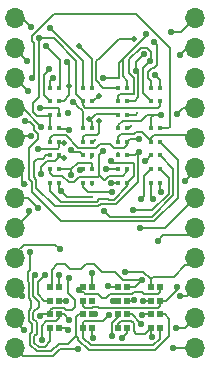
<source format=gbr>
%TF.GenerationSoftware,KiCad,Pcbnew,8.0.3+1*%
%TF.CreationDate,2024-06-24T22:52:21-04:00*%
%TF.ProjectId,RP2040_ZERO_REV,52503230-3430-45f5-9a45-524f5f524556,rev?*%
%TF.SameCoordinates,Original*%
%TF.FileFunction,Copper,L2,Bot*%
%TF.FilePolarity,Positive*%
%FSLAX46Y46*%
G04 Gerber Fmt 4.6, Leading zero omitted, Abs format (unit mm)*
G04 Created by KiCad (PCBNEW 8.0.3+1) date 2024-06-24 22:52:21*
%MOMM*%
%LPD*%
G01*
G04 APERTURE LIST*
%TA.AperFunction,SMDPad,CuDef*%
%ADD10R,0.500000X0.500000*%
%TD*%
%TA.AperFunction,SMDPad,CuDef*%
%ADD11R,0.450000X0.450000*%
%TD*%
%TA.AperFunction,SMDPad,CuDef*%
%ADD12R,0.400000X0.400000*%
%TD*%
%TA.AperFunction,SMDPad,CuDef*%
%ADD13O,1.700000X1.700000*%
%TD*%
%TA.AperFunction,ViaPad*%
%ADD14C,0.300000*%
%TD*%
%TA.AperFunction,ViaPad*%
%ADD15C,0.500000*%
%TD*%
%TA.AperFunction,ViaPad*%
%ADD16C,0.590000*%
%TD*%
%TA.AperFunction,Conductor*%
%ADD17C,0.190000*%
%TD*%
G04 APERTURE END LIST*
D10*
%TO.P,,1*%
%TO.N,P10*%
X161140000Y-99510000D03*
%TD*%
%TO.P,,2*%
%TO.N,R10*%
X161890000Y-97210000D03*
%TD*%
%TO.P,,2*%
%TO.N,R11*%
X161890000Y-98360000D03*
%TD*%
D11*
%TO.P,,1*%
%TO.N,P20*%
X163890000Y-84910000D03*
%TD*%
D10*
%TO.P,,2*%
%TO.N,R12*%
X161890000Y-99510000D03*
%TD*%
D11*
%TO.P,,1*%
%TO.N,R21*%
X155400000Y-86060000D03*
%TD*%
%TO.P,,2*%
%TO.N,GND*%
X158900000Y-82610000D03*
%TD*%
%TO.P,,1*%
%TO.N,R20*%
X155400000Y-87210000D03*
%TD*%
%TO.P,,2*%
%TO.N,RX*%
X158900000Y-80310000D03*
%TD*%
%TO.P,,1*%
%TO.N,R23*%
X155400000Y-79160000D03*
%TD*%
%TO.P,,2*%
%TO.N,R1*%
X164640000Y-79160000D03*
%TD*%
%TO.P,,1*%
%TO.N,5V*%
X161140000Y-79160000D03*
%TD*%
%TO.P,,2*%
%TO.N,P5*%
X156150000Y-87210000D03*
%TD*%
%TO.P,,1*%
%TO.N,R3*%
X158150000Y-82610000D03*
%TD*%
D12*
%TO.P,,1*%
%TO.N,R6*%
X158150000Y-86060000D03*
%TD*%
D10*
%TO.P,,1*%
%TO.N,R16*%
X155400000Y-96060000D03*
%TD*%
D11*
%TO.P,,2*%
%TO.N,SDA*%
X156150000Y-83760000D03*
%TD*%
%TO.P,,2*%
%TO.N,R22*%
X161890000Y-80310000D03*
%TD*%
D10*
%TO.P,,1*%
%TO.N,R12*%
X155400000Y-99510000D03*
%TD*%
%TO.P,,1*%
%TO.N,R9*%
X158150000Y-96060000D03*
%TD*%
D11*
%TO.P,,1*%
%TO.N,GND*%
X161140000Y-80310000D03*
%TD*%
%TO.P,,1*%
%TO.N,P18*%
X161140000Y-87210000D03*
%TD*%
D10*
%TO.P,,1*%
%TO.N,R10*%
X155400000Y-97210000D03*
%TD*%
D11*
%TO.P,,1*%
%TO.N,R2*%
X155400000Y-82610000D03*
%TD*%
%TO.P,,2*%
%TO.N,R14*%
X164640000Y-87210000D03*
%TD*%
%TO.P,,2*%
%TO.N,TX*%
X158900000Y-79160000D03*
%TD*%
%TO.P,,1*%
%TO.N,P19*%
X161140000Y-86060000D03*
%TD*%
%TO.P,,2*%
%TO.N,P4*%
X156150000Y-86060000D03*
%TD*%
%TO.P,,1*%
%TO.N,R22*%
X155400000Y-80310000D03*
%TD*%
%TO.P,,2*%
%TO.N,R21*%
X161890000Y-81460000D03*
%TD*%
D10*
%TO.P,,2*%
%TO.N,R9*%
X164640000Y-96060000D03*
%TD*%
D11*
%TO.P,,2*%
%TO.N,R2*%
X161890000Y-82610000D03*
%TD*%
D10*
%TO.P,,1*%
%TO.N,R8*%
X158150000Y-98360000D03*
%TD*%
D11*
%TO.P,,2*%
%TO.N,RX*%
X156150000Y-80310000D03*
%TD*%
D10*
%TO.P,,1*%
%TO.N,MISO*%
X163890000Y-97210000D03*
%TD*%
D11*
%TO.P,,2*%
%TO.N,R5*%
X164640000Y-84910000D03*
%TD*%
%TO.P,,2*%
%TO.N,R21*%
X161890000Y-86060000D03*
%TD*%
%TO.P,,1*%
%TO.N,R2*%
X155400000Y-81460000D03*
%TD*%
D10*
%TO.P,,2*%
%TO.N,R8*%
X164640000Y-98360000D03*
%TD*%
D11*
%TO.P,,2*%
%TO.N,SCL*%
X156150000Y-84910000D03*
%TD*%
%TO.P,,1*%
%TO.N,R2*%
X158150000Y-80310000D03*
%TD*%
D10*
%TO.P,,2*%
%TO.N,P6*%
X158900000Y-96060000D03*
%TD*%
D12*
%TO.P,,2*%
%TO.N,SCL*%
X158900000Y-84910000D03*
%TD*%
D10*
%TO.P,,1*%
%TO.N,SCLK*%
X163890000Y-96060000D03*
%TD*%
D11*
%TO.P,,1*%
%TO.N,3V*%
X163890000Y-82610000D03*
%TD*%
D10*
%TO.P,,2*%
%TO.N,P9*%
X156150000Y-99510000D03*
%TD*%
D12*
%TO.P,,1*%
%TO.N,R5*%
X158150000Y-84910000D03*
%TD*%
D11*
%TO.P,,2*%
%TO.N,R4*%
X164640000Y-83760000D03*
%TD*%
D10*
%TO.P,,1*%
%TO.N,P10*%
X163890000Y-99510000D03*
%TD*%
D11*
%TO.P,,1*%
%TO.N,P21*%
X161140000Y-83760000D03*
%TD*%
%TO.P,,2*%
%TO.N,R20*%
X161890000Y-87210000D03*
%TD*%
%TO.P,,2*%
%TO.N,GND*%
X156150000Y-82610000D03*
%TD*%
%TO.P,,2*%
%TO.N,R23*%
X161890000Y-79160000D03*
%TD*%
D10*
%TO.P,,1*%
%TO.N,SCLK*%
X161140000Y-96060000D03*
%TD*%
%TO.P,,1*%
%TO.N,R13*%
X158150000Y-99510000D03*
%TD*%
%TO.P,,2*%
%TO.N,P6*%
X156150000Y-96060000D03*
%TD*%
D11*
%TO.P,,2*%
%TO.N,SDA*%
X158900000Y-83760000D03*
%TD*%
D10*
%TO.P,,1*%
%TO.N,MISO*%
X161140000Y-97210000D03*
%TD*%
%TO.P,,1*%
%TO.N,R11*%
X155400000Y-98360000D03*
%TD*%
%TO.P,,2*%
%TO.N,P7*%
X156150000Y-97210000D03*
%TD*%
%TO.P,,2*%
%TO.N,R16*%
X161890000Y-96060000D03*
%TD*%
D11*
%TO.P,,1*%
%TO.N,P20*%
X161140000Y-84910000D03*
%TD*%
%TO.P,,1*%
%TO.N,R4*%
X158150000Y-83760000D03*
%TD*%
%TO.P,,1*%
%TO.N,P21*%
X163890000Y-83760000D03*
%TD*%
%TO.P,,2*%
%TO.N,R2*%
X164640000Y-80310000D03*
%TD*%
%TO.P,,1*%
%TO.N,5V*%
X163890000Y-79160000D03*
%TD*%
%TO.P,,1*%
%TO.N,GND*%
X163890000Y-80310000D03*
%TD*%
%TO.P,,1*%
%TO.N,P18*%
X163890000Y-87210000D03*
%TD*%
%TO.P,,1*%
%TO.N,3V*%
X161140000Y-82610000D03*
%TD*%
D10*
%TO.P,,2*%
%TO.N,R15*%
X164640000Y-97210000D03*
%TD*%
D11*
%TO.P,,2*%
%TO.N,R18*%
X161890000Y-84910000D03*
%TD*%
%TO.P,,2*%
%TO.N,P5*%
X158900000Y-87210000D03*
%TD*%
%TO.P,,1*%
%TO.N,P19*%
X163890000Y-86060000D03*
%TD*%
%TO.P,,2*%
%TO.N,R3*%
X164640000Y-82610000D03*
%TD*%
%TO.P,,1*%
%TO.N,R19*%
X155400000Y-83760000D03*
%TD*%
D10*
%TO.P,,2*%
%TO.N,P9*%
X158900000Y-99510000D03*
%TD*%
D11*
%TO.P,,1*%
%TO.N,R1*%
X158150000Y-79160000D03*
%TD*%
%TO.P,,1*%
%TO.N,GND*%
X161140000Y-81460000D03*
%TD*%
D10*
%TO.P,,2*%
%TO.N,R13*%
X164640000Y-99510000D03*
%TD*%
%TO.P,,2*%
%TO.N,P8*%
X156150000Y-98360000D03*
%TD*%
D11*
%TO.P,,1*%
%TO.N,R18*%
X155400000Y-84910000D03*
%TD*%
D10*
%TO.P,,2*%
%TO.N,P7*%
X158900000Y-97210000D03*
%TD*%
D11*
%TO.P,,2*%
%TO.N,TX*%
X156150000Y-79160000D03*
%TD*%
D10*
%TO.P,,1*%
%TO.N,MOSI*%
X163890000Y-98360000D03*
%TD*%
D11*
%TO.P,,2*%
%TO.N,R19*%
X161890000Y-83760000D03*
%TD*%
%TO.P,,2*%
%TO.N,R6*%
X164640000Y-86060000D03*
%TD*%
%TO.P,,1*%
%TO.N,R14*%
X158150000Y-87210000D03*
%TD*%
%TO.P,,2*%
%TO.N,GND*%
X156150000Y-81460000D03*
%TD*%
D10*
%TO.P,,1*%
%TO.N,MOSI*%
X161140000Y-98360000D03*
%TD*%
%TO.P,,2*%
%TO.N,P8*%
X158900000Y-98360000D03*
%TD*%
%TO.P,,1*%
%TO.N,R15*%
X158150000Y-97210000D03*
%TD*%
D13*
%TO.P,,8*%
%TO.N,P5*%
X152400000Y-91070000D03*
%TD*%
%TO.P,,21*%
%TO.N,3V*%
X167640000Y-80910000D03*
%TD*%
%TO.P,,4*%
%TO.N,GND*%
X152400000Y-80910000D03*
%TD*%
%TO.P,,16*%
%TO.N,SCLK*%
X167640000Y-93610000D03*
%TD*%
%TO.P,,5*%
%TO.N,SDA*%
X152400000Y-83450000D03*
%TD*%
%TO.P,,10*%
%TO.N,P7*%
X152400000Y-96150000D03*
%TD*%
%TO.P,,23*%
%TO.N,GND*%
X167640000Y-75830000D03*
%TD*%
%TO.P,,12*%
%TO.N,P9*%
X152400000Y-101230000D03*
%TD*%
%TO.P,,9*%
%TO.N,P6*%
X152400000Y-93610000D03*
%TD*%
%TO.P,,19*%
%TO.N,P20*%
X167640000Y-85990000D03*
%TD*%
%TO.P,,3*%
%TO.N,GND*%
X152400000Y-78370000D03*
%TD*%
%TO.P,,14*%
%TO.N,MOSI*%
X167640000Y-98690000D03*
%TD*%
%TO.P,,2*%
%TO.N,RX*%
X152400000Y-75830000D03*
%TD*%
%TO.P,,6*%
%TO.N,SCL*%
X152400000Y-85990000D03*
%TD*%
%TO.P,,1*%
%TO.N,TX*%
X152400000Y-73290000D03*
%TD*%
%TO.P,,13*%
%TO.N,P10*%
X167640000Y-101230000D03*
%TD*%
%TO.P,,24*%
%TO.N,5V*%
X167640000Y-73290000D03*
%TD*%
%TO.P,,20*%
%TO.N,P21*%
X167640000Y-83450000D03*
%TD*%
%TO.P,,11*%
%TO.N,P8*%
X152400000Y-98690000D03*
%TD*%
%TO.P,,22*%
%TO.N,NA*%
X167640000Y-78370000D03*
%TD*%
%TO.P,,17*%
%TO.N,P18*%
X167640000Y-91070000D03*
%TD*%
%TO.P,,15*%
%TO.N,MISO*%
X167640000Y-96150000D03*
%TD*%
%TO.P,,7*%
%TO.N,P4*%
X152400000Y-88530000D03*
%TD*%
%TO.P,,18*%
%TO.N,P19*%
X167640000Y-88530000D03*
%TD*%
D12*
%TO.P,,2*%
%TO.N,P4*%
X158900000Y-86060000D03*
%TD*%
D14*
%TO.N,R2*%
X162242592Y-82442592D03*
X163623841Y-80911744D03*
D15*
%TO.N,RX*%
X156990000Y-79070000D03*
X159490000Y-79850000D03*
D14*
%TO.N,R21*%
X162725002Y-81344999D03*
D15*
%TO.N,GND*%
X158655000Y-81865000D03*
%TO.N,5V*%
X162446697Y-75056697D03*
%TO.N,TX*%
X157810000Y-75640000D03*
D14*
%TO.N,SDA*%
X159160000Y-83635000D03*
D15*
X156571697Y-83838303D03*
%TO.N,R4*%
X159550000Y-81970000D03*
%TO.N,SCL*%
X156570000Y-85165000D03*
D14*
X158815000Y-85140000D03*
%TO.N,P20*%
X161110000Y-84705000D03*
D16*
%TO.N,P19*%
X160095000Y-86095319D03*
D14*
%TO.N,P5*%
X158925000Y-88405000D03*
X158925000Y-87385000D03*
D16*
%TO.N,GND*%
X154510000Y-80880000D03*
X163850001Y-76919757D03*
X157000000Y-82713614D03*
X166360000Y-76430000D03*
X153510000Y-79470000D03*
X154626587Y-82493019D03*
%TO.N,5V*%
X165610000Y-74450000D03*
X164184223Y-75332753D03*
%TO.N,3V*%
X166110000Y-81430000D03*
X164761587Y-81445015D03*
%TO.N,TX*%
X153746471Y-74016471D03*
X155030000Y-75647603D03*
%TO.N,RX*%
X156785787Y-76980000D03*
X153430000Y-76950000D03*
%TO.N,SDA*%
X154370481Y-84399638D03*
X153742273Y-83305763D03*
%TO.N,SCL*%
X153193194Y-87369137D03*
X154600000Y-86510660D03*
%TO.N,MISO*%
X160720000Y-97210000D03*
X163243443Y-97202180D03*
X166385959Y-96842571D03*
%TO.N,MOSI*%
X163173546Y-98410000D03*
X166030000Y-99550000D03*
X160570000Y-100160000D03*
%TO.N,SCLK*%
X160274265Y-95954265D03*
X161700000Y-94750000D03*
%TO.N,P9*%
X157700786Y-101305000D03*
X159024265Y-100365735D03*
X156880000Y-99680000D03*
%TO.N,P10*%
X163992892Y-100242892D03*
X165740000Y-101200000D03*
%TO.N,P18*%
X164090000Y-88590000D03*
X164500000Y-92140000D03*
X160560000Y-87210000D03*
%TO.N,P8*%
X157000000Y-98840000D03*
X154644315Y-100505000D03*
X159189998Y-98360000D03*
X153155217Y-99691092D03*
%TO.N,P7*%
X152950001Y-96834053D03*
X156706471Y-97233529D03*
X158900000Y-97210000D03*
%TO.N,P4*%
X154351470Y-89390000D03*
X157150000Y-86529756D03*
%TO.N,P5*%
X153591232Y-89639084D03*
X156300000Y-87930000D03*
%TO.N,P6*%
X156150000Y-95065000D03*
X156190000Y-92860000D03*
X158880000Y-94880000D03*
%TO.N,P20*%
X166810000Y-87054708D03*
X163440000Y-85351743D03*
%TO.N,P19*%
X162980000Y-91090000D03*
X163072031Y-88610000D03*
%TO.N,R1*%
X155340000Y-74120000D03*
X164240000Y-78130000D03*
%TO.N,R2*%
X154455001Y-75004999D03*
%TO.N,R3*%
X157335735Y-80344265D03*
X153830000Y-78370000D03*
%TO.N,R4*%
X153247226Y-81962187D03*
X156860002Y-81330000D03*
%TO.N,R5*%
X159911714Y-89589999D03*
X157125000Y-84455245D03*
%TO.N,R6*%
X162400000Y-89530000D03*
%TO.N,R8*%
X153692852Y-93093163D03*
%TO.N,R9*%
X157795214Y-96264368D03*
%TO.N,R10*%
X154920000Y-95040000D03*
X162443533Y-97190023D03*
%TO.N,R11*%
X163069239Y-99208157D03*
X156948721Y-95310000D03*
X154550000Y-98494875D03*
%TO.N,R12*%
X161450000Y-100390000D03*
X154055000Y-95056470D03*
%TO.N,R13*%
X160389998Y-98410000D03*
%TO.N,R14*%
X164737892Y-87967892D03*
X160590346Y-87989409D03*
%TO.N,R15*%
X166100000Y-96050000D03*
%TO.N,R16*%
X163120000Y-95490000D03*
%TO.N,R18*%
X162910000Y-84590000D03*
%TO.N,R19*%
X162900000Y-83540000D03*
%TO.N,R20*%
X160509283Y-85400741D03*
%TO.N,R21*%
X159830001Y-84520243D03*
%TO.N,R22*%
X162630000Y-77720000D03*
X155301704Y-77626196D03*
X163312244Y-76354759D03*
%TO.N,R23*%
X163499878Y-74620122D03*
X159860000Y-78320000D03*
X155581626Y-78375628D03*
%TO.N,R6*%
X157931884Y-86120001D03*
%TD*%
D17*
%TO.N,R21*%
X162725002Y-81344999D02*
X162610001Y-81460000D01*
X162610001Y-81460000D02*
X161890000Y-81460000D01*
%TO.N,3V*%
X161140000Y-82610000D02*
X161140000Y-82340000D01*
X161140000Y-82340000D02*
X161510000Y-81970000D01*
X161510000Y-81970000D02*
X163040000Y-81970000D01*
X163040000Y-81970000D02*
X163564985Y-81445015D01*
X163564985Y-81445015D02*
X164761587Y-81445015D01*
%TO.N,R2*%
X162075184Y-82610000D02*
X162242592Y-82442592D01*
X161890000Y-82610000D02*
X162075184Y-82610000D01*
%TO.N,RX*%
X158900000Y-80310000D02*
X159030000Y-80310000D01*
X159030000Y-80310000D02*
X159490000Y-79850000D01*
X156990000Y-79830000D02*
X156990000Y-79070000D01*
X156990000Y-79070000D02*
X156990000Y-77184213D01*
%TO.N,GND*%
X158900000Y-82110000D02*
X158655000Y-81865000D01*
X158900000Y-82610000D02*
X158900000Y-82110000D01*
%TO.N,R2*%
X164640000Y-80310000D02*
X164640000Y-80760000D01*
X161690000Y-80910000D02*
X161640000Y-80860000D01*
X164640000Y-80760000D02*
X164490000Y-80910000D01*
X158150000Y-80670000D02*
X158150000Y-80310000D01*
X164490000Y-80910000D02*
X161690000Y-80910000D01*
X161640000Y-80860000D02*
X158340000Y-80860000D01*
X158340000Y-80860000D02*
X158150000Y-80670000D01*
%TO.N,GND*%
X161140000Y-80310000D02*
X161140000Y-79895000D01*
X162460000Y-78370244D02*
X162050000Y-77960244D01*
X161140000Y-79895000D02*
X161295000Y-79740000D01*
X161295000Y-79740000D02*
X162390000Y-79740000D01*
X163552488Y-75774759D02*
X163892244Y-76114515D01*
X162390000Y-79740000D02*
X162460000Y-79670000D01*
X162050000Y-76747401D02*
X163022642Y-75774759D01*
X162460000Y-79670000D02*
X162460000Y-78370244D01*
X162050000Y-77960244D02*
X162050000Y-76747401D01*
X163022642Y-75774759D02*
X163552488Y-75774759D01*
X163892244Y-76114515D02*
X163892244Y-76877514D01*
X163892244Y-76877514D02*
X163850001Y-76919757D01*
%TO.N,R22*%
X163312244Y-76354759D02*
X162630000Y-77037003D01*
X162630000Y-77037003D02*
X162630000Y-77720000D01*
%TO.N,GND*%
X163850001Y-76919757D02*
X163230000Y-77539758D01*
X163230000Y-77539758D02*
X163230000Y-79650000D01*
X163230000Y-79650000D02*
X163890000Y-80310000D01*
%TO.N,R23*%
X161890000Y-76369999D02*
X161509999Y-76750000D01*
X161509999Y-76750000D02*
X161509999Y-78209999D01*
X161509999Y-78209999D02*
X161890000Y-78590000D01*
X161890000Y-78590000D02*
X161890000Y-79160000D01*
X159860000Y-78320000D02*
X161210000Y-78320000D01*
X161210000Y-78320000D02*
X161210000Y-77049999D01*
X161210000Y-77049999D02*
X161890000Y-76369999D01*
%TO.N,R22*%
X161890000Y-80310000D02*
X162520000Y-80310000D01*
X162520000Y-80310000D02*
X162850000Y-79980000D01*
X162850000Y-79980000D02*
X162850000Y-77940000D01*
X162850000Y-77940000D02*
X162630000Y-77720000D01*
%TO.N,R23*%
X163499878Y-74620122D02*
X163499878Y-74760121D01*
X163499878Y-74760121D02*
X161890000Y-76369999D01*
%TO.N,5V*%
X161173303Y-75056697D02*
X162446697Y-75056697D01*
X159610000Y-76620000D02*
X161173303Y-75056697D01*
X161140000Y-79160000D02*
X159879756Y-79160000D01*
X159879756Y-79160000D02*
X159280000Y-78560244D01*
X159280000Y-78560244D02*
X159280000Y-76950000D01*
X159280000Y-76950000D02*
X159610000Y-76620000D01*
%TO.N,TX*%
X158900000Y-76730000D02*
X157810000Y-75640000D01*
X158900000Y-79160000D02*
X158900000Y-76730000D01*
%TO.N,SDA*%
X159035000Y-83760000D02*
X159160000Y-83635000D01*
X158900000Y-83760000D02*
X159035000Y-83760000D01*
X156571697Y-83838303D02*
X156228303Y-83838303D01*
X156228303Y-83838303D02*
X156150000Y-83760000D01*
%TO.N,R4*%
X159330000Y-83200000D02*
X159550000Y-82980000D01*
X158890000Y-83200000D02*
X159330000Y-83200000D01*
X158150000Y-83760000D02*
X158150000Y-83345000D01*
X159550000Y-82980000D02*
X159550000Y-81970000D01*
X158150000Y-83345000D02*
X158295000Y-83200000D01*
X158295000Y-83200000D02*
X158890000Y-83200000D01*
%TO.N,P21*%
X161140000Y-83760000D02*
X161140000Y-83345000D01*
X161140000Y-83345000D02*
X161365000Y-83120000D01*
X161365000Y-83120000D02*
X162499756Y-83120000D01*
X163890000Y-83709756D02*
X163890000Y-83760000D01*
X162499756Y-83120000D02*
X162659756Y-82960000D01*
X162659756Y-82960000D02*
X163140244Y-82960000D01*
X163140244Y-82960000D02*
X163890000Y-83709756D01*
%TO.N,SCL*%
X156570000Y-85165000D02*
X156405000Y-85165000D01*
X158900000Y-85055000D02*
X158815000Y-85140000D01*
X156405000Y-85165000D02*
X156150000Y-84910000D01*
X158900000Y-84910000D02*
X158900000Y-85055000D01*
%TO.N,P4*%
X158900000Y-86060000D02*
X158900000Y-85645000D01*
X158900000Y-85645000D02*
X158830000Y-85575000D01*
X158830000Y-85575000D02*
X158207127Y-85575000D01*
X158207127Y-85575000D02*
X158172128Y-85540001D01*
X158172128Y-85540001D02*
X157691640Y-85540001D01*
X157691640Y-85540001D02*
X157171641Y-86060000D01*
%TO.N,R6*%
X157931884Y-86120001D02*
X157991885Y-86060000D01*
X157991885Y-86060000D02*
X158150000Y-86060000D01*
%TO.N,P4*%
X157171641Y-86060000D02*
X157171641Y-86508115D01*
X157171641Y-86508115D02*
X157150000Y-86529756D01*
X157171641Y-86060000D02*
X156150000Y-86060000D01*
%TO.N,P20*%
X161140000Y-84735000D02*
X161110000Y-84705000D01*
X161140000Y-84910000D02*
X161140000Y-84735000D01*
%TO.N,R6*%
X162400000Y-89530000D02*
X164024314Y-89530000D01*
X164024314Y-89530000D02*
X165410000Y-88144314D01*
X165410000Y-88144314D02*
X165410000Y-86830000D01*
X165410000Y-86830000D02*
X164640000Y-86060000D01*
%TO.N,R5*%
X159911714Y-89589999D02*
X160431715Y-90110000D01*
X160431715Y-90110000D02*
X163981716Y-90110000D01*
X163981716Y-90110000D02*
X165810000Y-88281716D01*
X165810000Y-88281716D02*
X165810000Y-86080000D01*
X165810000Y-86080000D02*
X164640000Y-84910000D01*
%TO.N,R18*%
X160151958Y-89009999D02*
X160181959Y-89040000D01*
X154280000Y-85210000D02*
X154000000Y-85490000D01*
X159671470Y-89009999D02*
X160151958Y-89009999D01*
X154196826Y-86958554D02*
X154196826Y-87666826D01*
X159461469Y-89220000D02*
X159671470Y-89009999D01*
X154196826Y-87666826D02*
X155750000Y-89220000D01*
X155750000Y-89220000D02*
X159461469Y-89220000D01*
X154000000Y-86761728D02*
X154196826Y-86958554D01*
X154000000Y-85490000D02*
X154000000Y-86761728D01*
X154730000Y-85210000D02*
X154280000Y-85210000D01*
X155030000Y-84910000D02*
X154730000Y-85210000D01*
X160970000Y-89040000D02*
X162840000Y-87170000D01*
X162840000Y-84660000D02*
X162910000Y-84590000D01*
X160181959Y-89040000D02*
X160970000Y-89040000D01*
X155400000Y-84910000D02*
X155030000Y-84910000D01*
X162840000Y-87170000D02*
X162840000Y-84660000D01*
%TO.N,R14*%
X160570937Y-87970000D02*
X158560000Y-87970000D01*
X158150000Y-87560000D02*
X158150000Y-87210000D01*
X160590346Y-87989409D02*
X160570937Y-87970000D01*
X158560000Y-87970000D02*
X158150000Y-87560000D01*
%TO.N,P5*%
X158925000Y-88405000D02*
X156775000Y-88405000D01*
X156775000Y-88405000D02*
X156300000Y-87930000D01*
X158925000Y-87385000D02*
X158900000Y-87360000D01*
X158900000Y-87360000D02*
X158900000Y-87210000D01*
%TO.N,P19*%
X161140000Y-86060000D02*
X160130319Y-86060000D01*
X160130319Y-86060000D02*
X160095000Y-86095319D01*
%TO.N,R21*%
X161890000Y-86060000D02*
X161890000Y-86240000D01*
X159980000Y-86969756D02*
X159889756Y-86969756D01*
X161890000Y-86240000D02*
X161500000Y-86630000D01*
X161500000Y-86630000D02*
X160319756Y-86630000D01*
X160319756Y-86630000D02*
X159980000Y-86969756D01*
X159889756Y-86969756D02*
X159515000Y-86595000D01*
X159830001Y-84520243D02*
X159515000Y-84835244D01*
X159515000Y-84835244D02*
X159515000Y-86595000D01*
%TO.N,R5*%
X157125000Y-84455245D02*
X157319755Y-84650000D01*
X157890000Y-84650000D02*
X158150000Y-84910000D01*
X157319755Y-84650000D02*
X157890000Y-84650000D01*
%TO.N,R19*%
X161890000Y-83760000D02*
X161890000Y-84030000D01*
X161890000Y-84030000D02*
X161650000Y-84270000D01*
X156700000Y-83210000D02*
X155600000Y-83210000D01*
X161650000Y-84270000D02*
X160780000Y-84270000D01*
X159630000Y-83900000D02*
X159260000Y-84270000D01*
X160780000Y-84270000D02*
X160410000Y-83900000D01*
X160410000Y-83900000D02*
X159630000Y-83900000D01*
X159260000Y-84270000D02*
X157760000Y-84270000D01*
X155600000Y-83210000D02*
X155400000Y-83410000D01*
X157760000Y-84270000D02*
X156700000Y-83210000D01*
X155400000Y-83410000D02*
X155400000Y-83760000D01*
%TO.N,SCL*%
X156150000Y-84910000D02*
X156150000Y-85030000D01*
X156150000Y-85030000D02*
X155760000Y-85420000D01*
X155760000Y-85420000D02*
X155110000Y-85420000D01*
X155110000Y-85420000D02*
X154600000Y-85930000D01*
X154600000Y-85930000D02*
X154600000Y-86510660D01*
%TO.N,GND*%
X156738226Y-82682541D02*
X156222541Y-82682541D01*
X157000000Y-82713614D02*
X156769299Y-82713614D01*
X156222541Y-82682541D02*
X156150000Y-82610000D01*
X156769299Y-82713614D02*
X156738226Y-82682541D01*
%TO.N,R4*%
X158150000Y-83570000D02*
X158150000Y-83760000D01*
%TO.N,R3*%
X157335735Y-80344265D02*
X157640000Y-80648530D01*
X157640000Y-80648530D02*
X157640000Y-80697402D01*
X157640000Y-80697402D02*
X158120000Y-81177402D01*
X158120000Y-82580000D02*
X158150000Y-82610000D01*
X158120000Y-81177402D02*
X158120000Y-82580000D01*
%TO.N,R21*%
X159830001Y-84520243D02*
X159929283Y-84619525D01*
%TO.N,R20*%
X160618542Y-85510000D02*
X162440000Y-85510000D01*
X160509283Y-85400741D02*
X160618542Y-85510000D01*
X162440000Y-85510000D02*
X162440000Y-86660000D01*
X162440000Y-86660000D02*
X161890000Y-87210000D01*
%TO.N,P5*%
X156150000Y-87780000D02*
X156150000Y-87210000D01*
X156300000Y-87930000D02*
X156150000Y-87780000D01*
%TO.N,R20*%
X155400000Y-87210000D02*
X155400000Y-87940000D01*
X160367645Y-88660000D02*
X160740000Y-88660000D01*
X155400000Y-87940000D02*
X156300000Y-88840000D01*
X156300000Y-88840000D02*
X159304067Y-88840000D01*
X159304067Y-88840000D02*
X159514067Y-88630000D01*
X159514067Y-88630000D02*
X160337645Y-88630000D01*
X160740000Y-88660000D02*
X161890000Y-87510000D01*
X160337645Y-88630000D02*
X160367645Y-88660000D01*
X161890000Y-87510000D02*
X161890000Y-87210000D01*
%TO.N,GND*%
X166360000Y-76430000D02*
X166960000Y-75830000D01*
X152410000Y-78370000D02*
X153510000Y-79470000D01*
X156150000Y-81010000D02*
X156020000Y-80880000D01*
X156020000Y-80880000D02*
X154510000Y-80880000D01*
X156150000Y-81460000D02*
X156150000Y-81010000D01*
X153043568Y-80910000D02*
X152400000Y-80910000D01*
X154626587Y-82493019D02*
X153043568Y-80910000D01*
X166960000Y-75830000D02*
X167640000Y-75830000D01*
X152400000Y-78370000D02*
X152410000Y-78370000D01*
%TO.N,5V*%
X164130000Y-77530000D02*
X163991471Y-77530000D01*
X163890000Y-78628529D02*
X163890000Y-79160000D01*
X166480000Y-74450000D02*
X167640000Y-73290000D01*
X164184223Y-75332753D02*
X164430000Y-75578530D01*
X164430000Y-75578530D02*
X164430000Y-77230000D01*
X163640000Y-77881471D02*
X163640000Y-78378529D01*
X164430000Y-77230000D02*
X164130000Y-77530000D01*
X163991471Y-77530000D02*
X163640000Y-77881471D01*
X165610000Y-74450000D02*
X166480000Y-74450000D01*
X163640000Y-78378529D02*
X163890000Y-78628529D01*
%TO.N,3V*%
X167640000Y-80910000D02*
X166630000Y-80910000D01*
X164761587Y-81445015D02*
X164134985Y-81445015D01*
X164134985Y-81445015D02*
X163890000Y-81690000D01*
X163890000Y-81690000D02*
X163890000Y-82610000D01*
X166630000Y-80910000D02*
X166110000Y-81430000D01*
%TO.N,TX*%
X155037602Y-75647603D02*
X156181626Y-76791627D01*
X156181626Y-76791627D02*
X156181626Y-79128374D01*
X152400000Y-73290000D02*
X153020000Y-73290000D01*
X153020000Y-73290000D02*
X153746471Y-74016471D01*
X156181626Y-79128374D02*
X156150000Y-79160000D01*
X155030000Y-75647603D02*
X155037602Y-75647603D01*
%TO.N,RX*%
X156510000Y-80310000D02*
X156990000Y-79830000D01*
X152400000Y-75920000D02*
X153430000Y-76950000D01*
X156150000Y-80310000D02*
X156510000Y-80310000D01*
X156990000Y-77184213D02*
X156785787Y-76980000D01*
X152400000Y-75830000D02*
X152400000Y-75920000D01*
%TO.N,SDA*%
X154370481Y-84399638D02*
X154440119Y-84330000D01*
X156030000Y-84330000D02*
X156150000Y-84210000D01*
X154440119Y-84330000D02*
X156030000Y-84330000D01*
X156150000Y-84210000D02*
X156150000Y-83760000D01*
X152544237Y-83305763D02*
X152400000Y-83450000D01*
X153742273Y-83305763D02*
X152544237Y-83305763D01*
%TO.N,SCL*%
X153193194Y-87369137D02*
X153396826Y-87369137D01*
X153006933Y-87182876D02*
X153006933Y-86596933D01*
X153193194Y-87369137D02*
X153006933Y-87182876D01*
X153006933Y-86596933D02*
X152400000Y-85990000D01*
%TO.N,MISO*%
X166385959Y-96842571D02*
X166947429Y-96842571D01*
X163890000Y-97210000D02*
X163251263Y-97210000D01*
X160720000Y-97210000D02*
X161140000Y-97210000D01*
X166947429Y-96842571D02*
X167640000Y-96150000D01*
X163251263Y-97210000D02*
X163243443Y-97202180D01*
%TO.N,MOSI*%
X160570000Y-100160000D02*
X160590000Y-100140000D01*
X160590000Y-100140000D02*
X160590000Y-99130000D01*
X163173546Y-98410000D02*
X163223546Y-98360000D01*
X166780000Y-99550000D02*
X167640000Y-98690000D01*
X163223546Y-98360000D02*
X163890000Y-98360000D01*
X166030000Y-99550000D02*
X166780000Y-99550000D01*
X161140000Y-98580000D02*
X161140000Y-98360000D01*
X160590000Y-99130000D02*
X161140000Y-98580000D01*
%TO.N,SCLK*%
X167050000Y-94200000D02*
X167640000Y-93610000D01*
X161140000Y-96060000D02*
X160380000Y-96060000D01*
X163890000Y-95411471D02*
X164111471Y-95190000D01*
X164111471Y-95190000D02*
X165820000Y-95190000D01*
X165820000Y-95190000D02*
X166810000Y-94200000D01*
X166810000Y-94200000D02*
X167050000Y-94200000D01*
X163890000Y-96060000D02*
X163890000Y-95411471D01*
X163890000Y-95411471D02*
X163228529Y-94750000D01*
X160380000Y-96060000D02*
X160274265Y-95954265D01*
X163228529Y-94750000D02*
X161700000Y-94750000D01*
%TO.N,P9*%
X158900000Y-100241470D02*
X159024265Y-100365735D01*
X158900000Y-99510000D02*
X158900000Y-100241470D01*
X153075000Y-101905000D02*
X152400000Y-101230000D01*
X152442843Y-101272843D02*
X152400000Y-101230000D01*
X157700786Y-101305000D02*
X156245000Y-101305000D01*
X155645000Y-101905000D02*
X153075000Y-101905000D01*
X156880000Y-99680000D02*
X156710000Y-99510000D01*
X156710000Y-99510000D02*
X156150000Y-99510000D01*
X156245000Y-101305000D02*
X155645000Y-101905000D01*
%TO.N,P10*%
X163890000Y-100140000D02*
X163890000Y-99510000D01*
X162250000Y-98910000D02*
X161390000Y-98910000D01*
X163890000Y-99510000D02*
X163402577Y-99997423D01*
X162640365Y-99997423D02*
X162440000Y-99797058D01*
X165740000Y-101200000D02*
X167610000Y-101200000D01*
X162440000Y-99100000D02*
X162250000Y-98910000D01*
X161390000Y-98910000D02*
X161140000Y-99160000D01*
X163402577Y-99997423D02*
X162640365Y-99997423D01*
X167610000Y-101200000D02*
X167640000Y-101230000D01*
X161140000Y-99160000D02*
X161140000Y-99510000D01*
X162440000Y-99797058D02*
X162440000Y-99100000D01*
X163992892Y-100242892D02*
X163890000Y-100140000D01*
%TO.N,P18*%
X161140000Y-87210000D02*
X160560000Y-87210000D01*
X164961473Y-91678527D02*
X167031473Y-91678527D01*
X167031473Y-91678527D02*
X167640000Y-91070000D01*
X164500000Y-92140000D02*
X164961473Y-91678527D01*
X163890000Y-88390000D02*
X164090000Y-88590000D01*
X163890000Y-87210000D02*
X163890000Y-88390000D01*
%TO.N,P8*%
X156150000Y-98360000D02*
X156520000Y-98360000D01*
X156520000Y-98360000D02*
X157000000Y-98840000D01*
X154644315Y-100505000D02*
X154644315Y-99335685D01*
X155900000Y-98960000D02*
X156150000Y-98710000D01*
X152400000Y-98690000D02*
X152400000Y-98935875D01*
X156150000Y-98710000D02*
X156150000Y-98360000D01*
X158900000Y-98360000D02*
X159189998Y-98360000D01*
X152400000Y-98935875D02*
X153155217Y-99691092D01*
X154644315Y-99335685D02*
X155020000Y-98960000D01*
X155020000Y-98960000D02*
X155900000Y-98960000D01*
%TO.N,P7*%
X156706471Y-97233529D02*
X156173529Y-97233529D01*
X152950001Y-96700001D02*
X152400000Y-96150000D01*
X158900000Y-97170000D02*
X158900000Y-97210000D01*
X152950001Y-96834053D02*
X152950001Y-96700001D01*
X158900000Y-97170000D02*
X158980000Y-97090000D01*
X156173529Y-97233529D02*
X156150000Y-97210000D01*
%TO.N,P4*%
X153491470Y-88530000D02*
X152400000Y-88530000D01*
X154351470Y-89390000D02*
X153491470Y-88530000D01*
%TO.N,P5*%
X153591232Y-89639084D02*
X153591232Y-89878768D01*
X153591232Y-89878768D02*
X152400000Y-91070000D01*
%TO.N,P6*%
X153117884Y-92480000D02*
X155810000Y-92480000D01*
X156150000Y-95065000D02*
X156150000Y-96060000D01*
X155810000Y-92480000D02*
X156190000Y-92860000D01*
X152400000Y-93610000D02*
X152400000Y-93197884D01*
X152400000Y-93197884D02*
X153117884Y-92480000D01*
X158900000Y-94900000D02*
X158880000Y-94880000D01*
X158900000Y-96060000D02*
X158900000Y-94900000D01*
%TO.N,P21*%
X167210000Y-83160000D02*
X164140000Y-83160000D01*
X167640000Y-83450000D02*
X167280000Y-83090000D01*
X163890000Y-83410000D02*
X163890000Y-83760000D01*
X164140000Y-83160000D02*
X163890000Y-83410000D01*
X167280000Y-83090000D02*
X167210000Y-83160000D01*
%TO.N,P20*%
X163440000Y-85351743D02*
X163448257Y-85351743D01*
X167640000Y-85990000D02*
X167640000Y-86224708D01*
X167640000Y-86224708D02*
X166810000Y-87054708D01*
X163448257Y-85351743D02*
X163890000Y-84910000D01*
%TO.N,P19*%
X163072031Y-88610000D02*
X163340000Y-88342031D01*
X163340000Y-88342031D02*
X163340000Y-86610000D01*
X163340000Y-86610000D02*
X163890000Y-86060000D01*
X162980000Y-91090000D02*
X165080000Y-91090000D01*
X165080000Y-91090000D02*
X167640000Y-88530000D01*
%TO.N,R1*%
X158150000Y-79160000D02*
X158150000Y-76930000D01*
X164640000Y-79160000D02*
X164640000Y-78530000D01*
X164640000Y-78530000D02*
X164240000Y-78130000D01*
X158150000Y-76930000D02*
X155340000Y-74120000D01*
%TO.N,R2*%
X154430000Y-75030000D02*
X154430000Y-79978529D01*
X154430000Y-79978529D02*
X153910000Y-80498529D01*
X155659313Y-75004999D02*
X157530000Y-76875686D01*
X155320000Y-81540000D02*
X155400000Y-81460000D01*
X154250000Y-81540000D02*
X155320000Y-81540000D01*
X157530000Y-79690000D02*
X158150000Y-80310000D01*
X154455001Y-75004999D02*
X155659313Y-75004999D01*
X155400000Y-81460000D02*
X155400000Y-82610000D01*
X153910000Y-80498529D02*
X153910000Y-81200000D01*
X154455001Y-75004999D02*
X154430000Y-75030000D01*
X157530000Y-76875686D02*
X157530000Y-79690000D01*
X153910000Y-81200000D02*
X154250000Y-81540000D01*
%TO.N,R3*%
X153855001Y-75253528D02*
X153855001Y-74756470D01*
X162600000Y-72900000D02*
X165490000Y-75790000D01*
X155711471Y-72900000D02*
X162600000Y-72900000D01*
X153855001Y-74756470D02*
X155711471Y-72900000D01*
X154030000Y-75428527D02*
X153855001Y-75253528D01*
X153830000Y-78370000D02*
X154030000Y-78170000D01*
X154030000Y-78170000D02*
X154030000Y-75428527D01*
X165490000Y-75790000D02*
X165490000Y-82470000D01*
X165490000Y-82470000D02*
X165350000Y-82610000D01*
X165350000Y-82610000D02*
X164640000Y-82610000D01*
%TO.N,R4*%
X153600000Y-86927414D02*
X153796826Y-87124240D01*
X153365039Y-82080000D02*
X153647882Y-82080000D01*
X166210000Y-88475686D02*
X166210000Y-85330000D01*
X153796826Y-87124240D02*
X153796826Y-87986826D01*
X154026588Y-82741549D02*
X154342273Y-83057234D01*
X153796826Y-87986826D02*
X156300000Y-90490000D01*
X153600000Y-84300000D02*
X153600000Y-86927414D01*
X153647882Y-82080000D02*
X154026588Y-82458706D01*
X154026588Y-82458706D02*
X154026588Y-82741549D01*
X166210000Y-85330000D02*
X164640000Y-83760000D01*
X153247226Y-81962187D02*
X153365039Y-82080000D01*
X154342273Y-83557727D02*
X153600000Y-84300000D01*
X156300000Y-90490000D02*
X164195686Y-90490000D01*
X164195686Y-90490000D02*
X166210000Y-88475686D01*
X154342273Y-83057234D02*
X154342273Y-83557727D01*
%TO.N,R8*%
X157600000Y-100198530D02*
X157600000Y-98590000D01*
X153770000Y-97820610D02*
X153550000Y-98040610D01*
X155479314Y-101505000D02*
X156079314Y-100905000D01*
X153644315Y-100919215D02*
X154230100Y-101505000D01*
X154230100Y-101505000D02*
X155479314Y-101505000D01*
X153692852Y-93093163D02*
X153692852Y-94570089D01*
X164260000Y-101390000D02*
X165430000Y-100220000D01*
X165070000Y-98360000D02*
X164640000Y-98360000D01*
X153844315Y-99838629D02*
X153644315Y-100038629D01*
X156893530Y-100905000D02*
X157600000Y-100198530D01*
X153550000Y-97011371D02*
X153770000Y-97231370D01*
X165430000Y-98720000D02*
X165070000Y-98360000D01*
X157600000Y-100198530D02*
X157750000Y-100348530D01*
X153455000Y-95578654D02*
X153550000Y-95673654D01*
X157830000Y-98360000D02*
X158150000Y-98360000D01*
X153844315Y-99203402D02*
X153844315Y-99838629D01*
X153550000Y-95673654D02*
X153550000Y-97011371D01*
X153550000Y-98040610D02*
X153550000Y-98909087D01*
X157750000Y-100505686D02*
X158634314Y-101390000D01*
X153770000Y-97231370D02*
X153770000Y-97820610D01*
X157600000Y-98590000D02*
X157830000Y-98360000D01*
X153644315Y-100038629D02*
X153644315Y-100919215D01*
X153455000Y-94807941D02*
X153455000Y-95578654D01*
X157750000Y-100348530D02*
X157750000Y-100505686D01*
X153550000Y-98909087D02*
X153844315Y-99203402D01*
X165430000Y-100220000D02*
X165430000Y-98720000D01*
X156079314Y-100905000D02*
X156893530Y-100905000D01*
X158634314Y-101390000D02*
X164260000Y-101390000D01*
X153692852Y-94570089D02*
X153455000Y-94807941D01*
%TO.N,R9*%
X163190000Y-96460000D02*
X163340000Y-96610000D01*
X157795214Y-96264368D02*
X157945632Y-96264368D01*
X162440000Y-96460000D02*
X163190000Y-96460000D01*
X162290000Y-96610000D02*
X162440000Y-96460000D01*
X164640000Y-96510000D02*
X164640000Y-96060000D01*
X159770000Y-96980000D02*
X160101471Y-96980000D01*
X158020846Y-96490000D02*
X158230000Y-96490000D01*
X163340000Y-96610000D02*
X164540000Y-96610000D01*
X159400000Y-96610000D02*
X159770000Y-96980000D01*
X158230000Y-96490000D02*
X158350000Y-96610000D01*
X160471471Y-96610000D02*
X162290000Y-96610000D01*
X157945632Y-96264368D02*
X158150000Y-96060000D01*
X164540000Y-96610000D02*
X164640000Y-96510000D01*
X158350000Y-96610000D02*
X159400000Y-96610000D01*
X160101471Y-96980000D02*
X160471471Y-96610000D01*
X157795214Y-96264368D02*
X158020846Y-96490000D01*
%TO.N,R10*%
X154350000Y-96680000D02*
X154880000Y-97210000D01*
X154920000Y-95040000D02*
X154350000Y-95610000D01*
X162423556Y-97210000D02*
X161890000Y-97210000D01*
X154350000Y-95610000D02*
X154350000Y-96680000D01*
X154880000Y-97210000D02*
X155400000Y-97210000D01*
X162443533Y-97190023D02*
X162423556Y-97210000D01*
%TO.N,R11*%
X156890000Y-96568529D02*
X157440000Y-97118529D01*
X157440000Y-97118529D02*
X157440000Y-97770000D01*
X162275017Y-98360000D02*
X161890000Y-98360000D01*
X156890000Y-95368721D02*
X156890000Y-96568529D01*
X163069239Y-99208157D02*
X163069239Y-99154222D01*
X157240000Y-97970000D02*
X156700000Y-97970000D01*
X156700000Y-97970000D02*
X156540000Y-97810000D01*
X157440000Y-97770000D02*
X157240000Y-97970000D01*
X154550000Y-98494875D02*
X154684875Y-98360000D01*
X156948721Y-95310000D02*
X156890000Y-95368721D01*
X156540000Y-97810000D02*
X155600000Y-97810000D01*
X155400000Y-98010000D02*
X155400000Y-98360000D01*
X154684875Y-98360000D02*
X155400000Y-98360000D01*
X155600000Y-97810000D02*
X155400000Y-98010000D01*
X163069239Y-99154222D02*
X162275017Y-98360000D01*
%TO.N,R12*%
X153950000Y-98743402D02*
X154244315Y-99037717D01*
X153950000Y-98206295D02*
X153950000Y-98743402D01*
X154400000Y-97756295D02*
X153950000Y-98206295D01*
X154244315Y-99037717D02*
X154244315Y-100004315D01*
X154044315Y-100204315D02*
X154044315Y-100753529D01*
X154244315Y-100004315D02*
X154044315Y-100204315D01*
X153950000Y-95161470D02*
X153950000Y-96845685D01*
X161890000Y-99960000D02*
X161890000Y-99510000D01*
X155400000Y-100640000D02*
X155400000Y-99510000D01*
X161450000Y-100390000D02*
X161460000Y-100390000D01*
X153950000Y-96845685D02*
X154400000Y-97295685D01*
X161460000Y-100390000D02*
X161890000Y-99960000D01*
X154044315Y-100753529D02*
X154395786Y-101105000D01*
X154395786Y-101105000D02*
X154935000Y-101105000D01*
X154055000Y-95056470D02*
X153950000Y-95161470D01*
X154400000Y-97295685D02*
X154400000Y-97756295D01*
X154935000Y-101105000D02*
X155400000Y-100640000D01*
%TO.N,R13*%
X159839998Y-98960000D02*
X158250000Y-98960000D01*
X164640000Y-99510000D02*
X164640000Y-100444314D01*
X164640000Y-100444314D02*
X164094314Y-100990000D01*
X160389998Y-98410000D02*
X159839998Y-98960000D01*
X158150000Y-100340000D02*
X158150000Y-99510000D01*
X164094314Y-100990000D02*
X158800000Y-100990000D01*
X158800000Y-100990000D02*
X158150000Y-100340000D01*
X158150000Y-99060000D02*
X158150000Y-99510000D01*
X158250000Y-98960000D02*
X158150000Y-99060000D01*
%TO.N,R14*%
X164737892Y-87967892D02*
X164640000Y-87870000D01*
X164640000Y-87870000D02*
X164640000Y-87210000D01*
%TO.N,R15*%
X158941469Y-97760000D02*
X159438527Y-97760000D01*
X158891469Y-97810000D02*
X158941469Y-97760000D01*
X159438527Y-97760000D02*
X159488527Y-97810000D01*
X164490000Y-97810000D02*
X164640000Y-97660000D01*
X158150000Y-97210000D02*
X158150000Y-97640000D01*
X166100000Y-96050000D02*
X166100000Y-96280000D01*
X165170000Y-97210000D02*
X164640000Y-97210000D01*
X159488527Y-97810000D02*
X164490000Y-97810000D01*
X164640000Y-97660000D02*
X164640000Y-97210000D01*
X158320000Y-97810000D02*
X158891469Y-97810000D01*
X158150000Y-97640000D02*
X158320000Y-97810000D01*
X166100000Y-96280000D02*
X165170000Y-97210000D01*
%TO.N,R16*%
X155990000Y-94130000D02*
X155520000Y-94600000D01*
X160861471Y-94760000D02*
X159760000Y-94760000D01*
X163080000Y-95450000D02*
X161551471Y-95450000D01*
X159760000Y-94760000D02*
X159090000Y-94090000D01*
X161551471Y-95450000D02*
X160861471Y-94760000D01*
X158430000Y-94090000D02*
X157960000Y-94560000D01*
X162550000Y-96060000D02*
X161890000Y-96060000D01*
X163120000Y-95490000D02*
X163080000Y-95450000D01*
X159090000Y-94090000D02*
X158430000Y-94090000D01*
X163120000Y-95490000D02*
X162550000Y-96060000D01*
X157960000Y-94560000D02*
X157080000Y-94560000D01*
X156650000Y-94130000D02*
X155990000Y-94130000D01*
X157080000Y-94560000D02*
X156650000Y-94130000D01*
X155520000Y-94600000D02*
X155520000Y-95940000D01*
X155520000Y-95940000D02*
X155400000Y-96060000D01*
%TO.N,R18*%
X162590000Y-84910000D02*
X161890000Y-84910000D01*
X162910000Y-84590000D02*
X162590000Y-84910000D01*
%TO.N,R19*%
X162110000Y-83540000D02*
X161890000Y-83760000D01*
X162900000Y-83540000D02*
X162110000Y-83540000D01*
%TO.N,R22*%
X154850000Y-79760000D02*
X155400000Y-80310000D01*
X155301704Y-77626196D02*
X155301704Y-77638296D01*
X154850000Y-78090000D02*
X154850000Y-79760000D01*
X155301704Y-77638296D02*
X154850000Y-78090000D01*
%TO.N,R23*%
X155400000Y-78557254D02*
X155400000Y-79160000D01*
X155581626Y-78375628D02*
X155400000Y-78557254D01*
%TO.N,R21*%
X159515000Y-86595000D02*
X159410000Y-86700000D01*
X159410000Y-86700000D02*
X157800000Y-86700000D01*
X157800000Y-86700000D02*
X157350000Y-87150000D01*
X156410000Y-86610000D02*
X155630000Y-86610000D01*
X157350000Y-87150000D02*
X156950000Y-87150000D01*
X156950000Y-87150000D02*
X156410000Y-86610000D01*
X155630000Y-86610000D02*
X155400000Y-86380000D01*
X155400000Y-86380000D02*
X155400000Y-86060000D01*
%TO.N,GND*%
X158865000Y-81865000D02*
X158655000Y-81865000D01*
X159295000Y-81435000D02*
X158865000Y-81865000D01*
X161115000Y-81435000D02*
X159295000Y-81435000D01*
X161140000Y-81460000D02*
X161115000Y-81435000D01*
%TD*%
M02*

</source>
